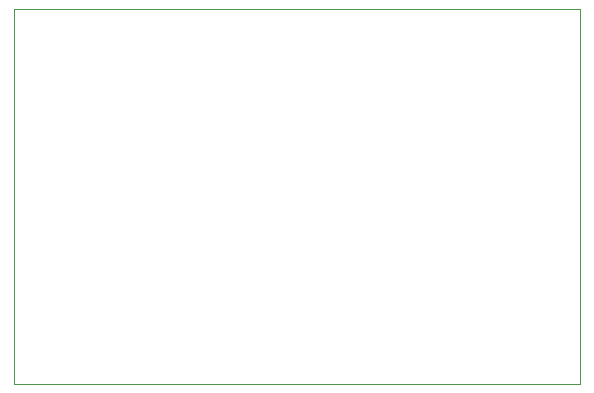
<source format=gko>
G75*
G70*
%OFA0B0*%
%FSLAX24Y24*%
%IPPOS*%
%LPD*%
%AMOC8*
5,1,8,0,0,1.08239X$1,22.5*
%
%ADD10C,0.0000*%
D10*
X000180Y000180D02*
X000180Y012676D01*
X019050Y012676D01*
X019050Y000180D01*
X000180Y000180D01*
M02*

</source>
